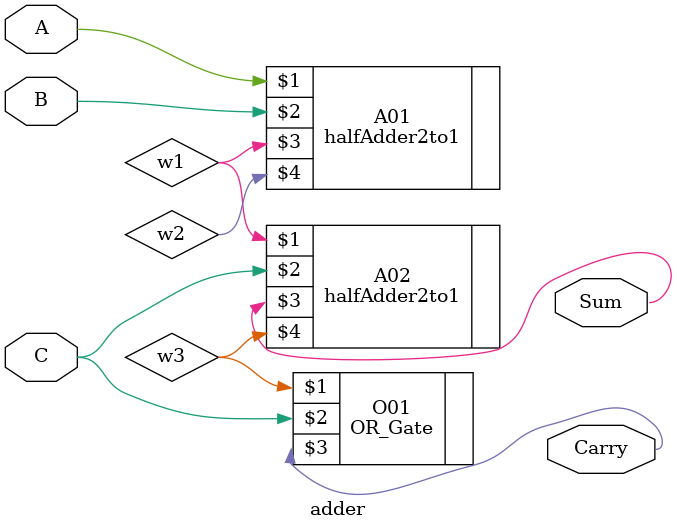
<source format=v>
module adder(A, B, C, Sum, Carry);

    input A, B, C;
    output reg Sum, Carry;
    wire w1, w2, w3;

    // halfAdder2to1(output S, C, input A, B);
    // halfAdder2to1(A, B, Sum, C);

    halfAdder2to1 A01(A, B, w1, w2);
    halfAdder2to1 A02(w1, C, Sum, w3);
    OR_Gate O01(w3, C, Carry);
    

endmodule
</source>
